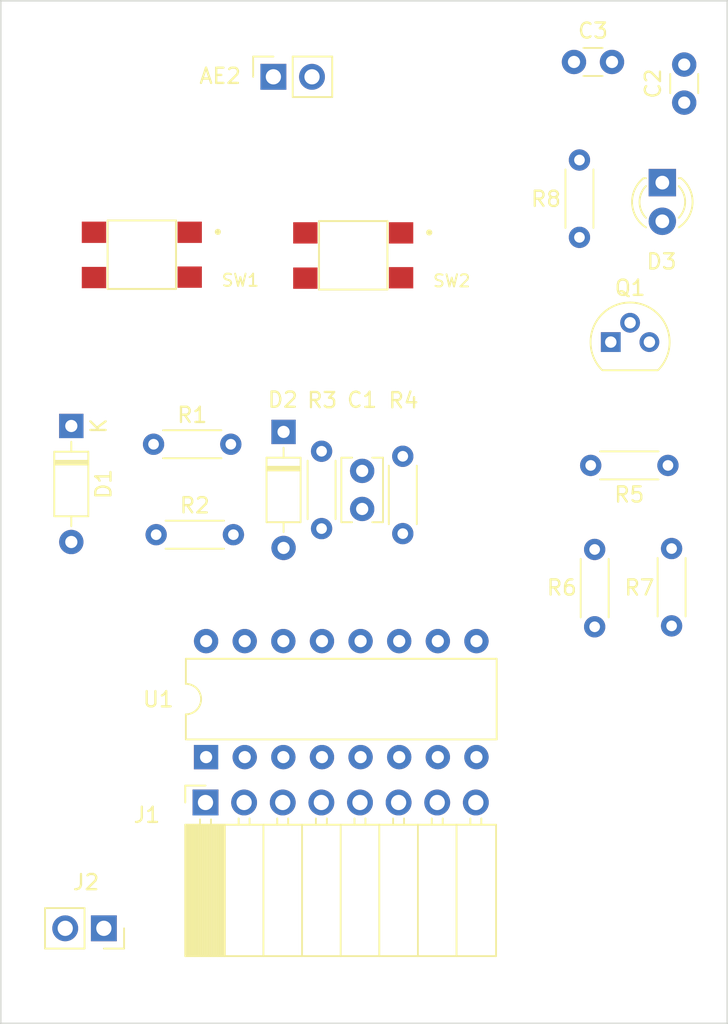
<source format=kicad_pcb>
(kicad_pcb (version 20221018) (generator pcbnew)
  (layers (0 "F.Cu" signal) (31 "B.Cu" signal) (34 "B.Paste" user) (35 "F.Paste" user) (36 "B.SilkS" user "B.Silkscreen") (37 "F.SilkS" user "F.Silkscreen") (38 "B.Mask" user) (39 "F.Mask" user) (44 "Edge.Cuts" user))
  (net 0 "")
  (net 1 "Net-(D1-K)")
  (net 2 "A9")
  (net 3 "GND")
  (net 4 "Net-(U1-Dout)")
  (net 5 "Rtc")
  (net 6 "Net-(C1-Pad1)")
  (net 7 "Rs")
  (net 8 "+12V")
  (net 9 "Net-(Q1-E)")
  (net 10 "Net-(Q1-B)")
  (net 11 "Net-(D3-K)")
  (net 12 "Net-(Q1-C)")
  (net 13 "Net-(J1-Pin_1)")
  (net 14 "Net-(J1-Pin_2)")
  (net 15 "Net-(J1-Pin_3)")
  (net 16 "Net-(J1-Pin_4)")
  (net 17 "Net-(J1-Pin_5)")
  (net 18 "Net-(J1-Pin_6)")
  (net 19 "Net-(J1-Pin_7)")
  (net 20 "Net-(J1-Pin_8)")
  (net 21 "Ctc")
  (net 22 "Net-(AE2-Pad2)")
  (net 23 "GND2")
  (footprint "AA_Footprints:4.5mm switch" (layer "F.Cu") (at 121.95 92.13 180)
    (fp_text reference "SW2" (at -6.48 -1.68) (layer "F.SilkS") (effects (font (size 0.8 0.8) (thickness 0.125))))
    (fp_text value "SW_Push" hide)
    (fp_line (start -2.25 -2.25) (end -2.25 2.25) (stroke (width 0.127)) (layer "F.SilkS"))
    (fp_line (start -2.25 2.25) (end 2.25 2.25) (stroke (width 0.127)) (layer "F.SilkS"))
    (fp_line (start 2.25 -2.25) (end -2.25 -2.25) (stroke (width 0.127)) (layer "F.SilkS"))
    (fp_line (start 2.25 2.25) (end 2.25 -2.25) (stroke (width 0.127)) (layer "F.SilkS"))
    (fp_circle (center -5 1.5) (end -4.9 1.5) (stroke (width 0.2)) (fill none) (layer "F.SilkS"))
    (pad "1" smd rect (at -3.1496 -1.4732 180) (size 1.6 1.4) (layers "F.Cu" "F.Paste" "F.Mask") (net 23 "GND2"))
    (pad "1" smd rect (at 3.1496 -1.5 180) (size 1.6 1.4) (layers "F.Cu" "F.Paste" "F.Mask") (net 23 "GND2"))
    (pad "2" smd rect (at -3.1496 1.4732 180) (size 1.6 1.4) (layers "F.Cu" "F.Paste" "F.Mask") (net 3 "GND"))
    (pad "2" smd rect (at 3.1496 1.4732 180) (size 1.6 1.4) (layers "F.Cu" "F.Paste" "F.Mask") (net 3 "GND"))
  )
  (footprint "Resistor_THT:R_Axial_DIN0204_L3.6mm_D1.6mm_P5.08mm_Horizontal" (layer "F.Cu") (at 137.83 116.53 90)
    (fp_text reference "R6" (at 2.57 -2.16 180) (layer "F.SilkS"))
    (fp_text value "100" hide)
    (fp_line (start 0.62 -0.92) (end 4.46 -0.92) (stroke (width 0.12)) (layer "F.SilkS"))
    (fp_line (start 0.62 0.92) (end 4.46 0.92) (stroke (width 0.12)) (layer "F.SilkS"))
    (pad "1" thru_hole circle (at 0 0 90) (size 1.4 1.4) (drill 0.7) (layers "*.Cu" "*.Mask") (net 3 "GND"))
    (pad "2" thru_hole oval (at 5.08 0 90) (size 1.4 1.4) (drill 0.7) (layers "*.Cu" "*.Mask") (net 9 "Net-(Q1-E)"))
  )
  (footprint "Connector_PinSocket_2.54mm:PinSocket_1x02_P2.54mm_Vertical" (layer "F.Cu") (at 105.55 136.335 -90)
    (fp_text reference "J2" (at -3.025 1.17 -180) (layer "F.SilkS"))
    (fp_text value "12V Battery")
    (fp_line (start -1.33 1.27) (end -1.33 3.87) (stroke (width 0.12)) (layer "F.SilkS"))
    (fp_line (start -1.33 1.27) (end 1.33 1.27) (stroke (width 0.12)) (layer "F.SilkS"))
    (fp_line (start -1.33 3.87) (end 1.33 3.87) (stroke (width 0.12)) (layer "F.SilkS"))
    (fp_line (start 0 -1.33) (end 1.33 -1.33) (stroke (width 0.12)) (layer "F.SilkS"))
    (fp_line (start 1.33 -1.33) (end 1.33 0) (stroke (width 0.12)) (layer "F.SilkS"))
    (fp_line (start 1.33 1.27) (end 1.33 3.87) (stroke (width 0.12)) (layer "F.SilkS"))
    (pad "1" thru_hole rect (at 0 0 270) (size 1.7 1.7) (drill 1) (layers "*.Cu" "*.Mask") (net 23 "GND2"))
    (pad "2" thru_hole oval (at 0 2.54 270) (size 1.7 1.7) (drill 1) (layers "*.Cu" "*.Mask") (net 8 "+12V"))
  )
  (footprint "Resistor_THT:R_Axial_DIN0204_L3.6mm_D1.6mm_P5.08mm_Horizontal" (layer "F.Cu") (at 142.89 116.47 90)
    (fp_text reference "R7" (at 2.51 -2.11 180) (layer "F.SilkS"))
    (fp_text value "47K" hide)
    (fp_line (start 0.62 -0.92) (end 4.46 -0.92) (stroke (width 0.12)) (layer "F.SilkS"))
    (fp_line (start 0.62 0.92) (end 4.46 0.92) (stroke (width 0.12)) (layer "F.SilkS"))
    (pad "1" thru_hole circle (at 0 0 90) (size 1.4 1.4) (drill 0.7) (layers "*.Cu" "*.Mask") (net 4 "Net-(U1-Dout)"))
    (pad "2" thru_hole oval (at 5.08 0 90) (size 1.4 1.4) (drill 0.7) (layers "*.Cu" "*.Mask") (net 10 "Net-(Q1-B)"))
  )
  (footprint "Capacitor_THT:C_Disc_D3.0mm_W1.6mm_P2.50mm" (layer "F.Cu") (at 143.72 82.1 90)
    (fp_text reference "C2" (at 1.25 -2.05 90) (layer "F.SilkS"))
    (fp_text value "3.3pF" hide)
    (fp_line (start 0.621 -0.92) (end 1.879 -0.92) (stroke (width 0.12)) (layer "F.SilkS"))
    (fp_line (start 0.621 0.92) (end 1.879 0.92) (stroke (width 0.12)) (layer "F.SilkS"))
    (pad "1" thru_hole circle (at 0 0 90) (size 1.6 1.6) (drill 0.8) (layers "*.Cu" "*.Mask") (net 10 "Net-(Q1-B)"))
    (pad "2" thru_hole circle (at 2.5 0 90) (size 1.6 1.6) (drill 0.8) (layers "*.Cu" "*.Mask") (net 22 "Net-(AE2-Pad2)"))
  )
  (footprint "Resistor_THT:R_Axial_DIN0204_L3.6mm_D1.6mm_P5.08mm_Horizontal" (layer "F.Cu") (at 136.83 90.95 90)
    (fp_text reference "R8" (at 2.52 -2.2 180) (layer "F.SilkS"))
    (fp_text value "2.2K" hide)
    (fp_line (start 0.62 -0.92) (end 4.46 -0.92) (stroke (width 0.12)) (layer "F.SilkS"))
    (fp_line (start 0.62 0.92) (end 4.46 0.92) (stroke (width 0.12)) (layer "F.SilkS"))
    (pad "1" thru_hole circle (at 0 0 90) (size 1.4 1.4) (drill 0.7) (layers "*.Cu" "*.Mask") (net 3 "GND"))
    (pad "2" thru_hole oval (at 5.08 0 90) (size 1.4 1.4) (drill 0.7) (layers "*.Cu" "*.Mask") (net 11 "Net-(D3-K)"))
  )
  (footprint "Connector_PinSocket_2.54mm:PinSocket_1x02_P2.54mm_Vertical" (layer "F.Cu") (at 116.7 80.405 90)
    (fp_text reference "AE2" (at 0.055 -3.5 180) (layer "F.SilkS"))
    (fp_text value "Antenna_Dipole" hide)
    (fp_line (start -1.33 1.27) (end -1.33 3.87) (stroke (width 0.12)) (layer "F.SilkS"))
    (fp_line (start -1.33 1.27) (end 1.33 1.27) (stroke (width 0.12)) (layer "F.SilkS"))
    (fp_line (start -1.33 3.87) (end 1.33 3.87) (stroke (width 0.12)) (layer "F.SilkS"))
    (fp_line (start 0 -1.33) (end 1.33 -1.33) (stroke (width 0.12)) (layer "F.SilkS"))
    (fp_line (start 1.33 -1.33) (end 1.33 0) (stroke (width 0.12)) (layer "F.SilkS"))
    (fp_line (start 1.33 1.27) (end 1.33 3.87) (stroke (width 0.12)) (layer "F.SilkS"))
    (pad "1" thru_hole rect (at 0 0 90) (size 1.7 1.7) (drill 1) (layers "*.Cu" "*.Mask") (net 8 "+12V"))
    (pad "2" thru_hole oval (at 0 2.54 90) (size 1.7 1.7) (drill 1) (layers "*.Cu" "*.Mask") (net 22 "Net-(AE2-Pad2)"))
  )
  (footprint "Resistor_THT:R_Axial_DIN0204_L3.6mm_D1.6mm_P5.08mm_Horizontal" (layer "F.Cu") (at 119.87 110.08 90)
    (fp_text reference "R3" (at 8.43 0.04 180) (layer "F.SilkS"))
    (fp_text value "330K" hide)
    (fp_line (start 0.62 -0.92) (end 4.46 -0.92) (stroke (width 0.12)) (layer "F.SilkS"))
    (fp_line (start 0.62 0.92) (end 4.46 0.92) (stroke (width 0.12)) (layer "F.SilkS"))
    (pad "1" thru_hole circle (at 0 0 90) (size 1.4 1.4) (drill 0.7) (layers "*.Cu" "*.Mask") (net 5 "Rtc"))
    (pad "2" thru_hole oval (at 5.08 0 90) (size 1.4 1.4) (drill 0.7) (layers "*.Cu" "*.Mask") (net 6 "Net-(C1-Pad1)"))
  )
  (footprint "LED_THT:LED_D3.0mm_FlatTop" (layer "F.Cu") (at 142.28 87.355 -90)
    (fp_text reference "D3" (at 5.185 0.05 -180) (layer "F.SilkS"))
    (fp_text value "LED" hide)
    (fp_line (start -0.29 -1.236) (end -0.29 -1.08) (stroke (width 0.12)) (layer "F.SilkS"))
    (fp_line (start -0.29 1.08) (end -0.29 1.236) (stroke (width 0.12)) (layer "F.SilkS"))
    (fp_arc (start -0.29 -1.235516) (mid 1.366487 -1.987659) (end 2.942335 -1.078608) (stroke (width 0.12)) (layer "F.SilkS"))
    (fp_arc (start 0.229039 -1.08) (mid 1.270117 -1.5) (end 2.31113 -1.079837) (stroke (width 0.12)) (layer "F.SilkS"))
    (fp_arc (start 2.31113 1.079837) (mid 1.270117 1.5) (end 0.229039 1.08) (stroke (width 0.12)) (layer "F.SilkS"))
    (fp_arc (start 2.942335 1.078608) (mid 1.366487 1.987659) (end -0.29 1.235516) (stroke (width 0.12)) (layer "F.SilkS"))
    (pad "1" thru_hole rect (at 0 0 270) (size 1.8 1.8) (drill 0.9) (layers "*.Cu" "*.Mask") (net 11 "Net-(D3-K)"))
    (pad "2" thru_hole circle (at 2.54 0 270) (size 1.8 1.8) (drill 0.9) (layers "*.Cu" "*.Mask") (net 8 "+12V"))
  )
  (footprint "Resistor_THT:R_Axial_DIN0204_L3.6mm_D1.6mm_P5.08mm_Horizontal" (layer "F.Cu") (at 125.21 110.41 90)
    (fp_text reference "R4" (at 8.75 0.05 180) (layer "F.SilkS"))
    (fp_text value "680K" hide)
    (fp_line (start 0.62 -0.92) (end 4.46 -0.92) (stroke (width 0.12)) (layer "F.SilkS"))
    (fp_line (start 0.62 0.92) (end 4.46 0.92) (stroke (width 0.12)) (layer "F.SilkS"))
    (pad "1" thru_hole circle (at 0 0 90) (size 1.4 1.4) (drill 0.7) (layers "*.Cu" "*.Mask") (net 7 "Rs"))
    (pad "2" thru_hole oval (at 5.08 0 90) (size 1.4 1.4) (drill 0.7) (layers "*.Cu" "*.Mask") (net 6 "Net-(C1-Pad1)"))
  )
  (footprint "Resistor_THT:R_Axial_DIN0204_L3.6mm_D1.6mm_P5.08mm_Horizontal" (layer "F.Cu") (at 142.65 105.93 180)
    (fp_text reference "R5" (at 2.54 -1.92) (layer "F.SilkS"))
    (fp_text value "6.8K" hide)
    (fp_line (start 0.62 -0.92) (end 4.46 -0.92) (stroke (width 0.12)) (layer "F.SilkS"))
    (fp_line (start 0.62 0.92) (end 4.46 0.92) (stroke (width 0.12)) (layer "F.SilkS"))
    (pad "1" thru_hole circle (at 0 0 180) (size 1.4 1.4) (drill 0.7) (layers "*.Cu" "*.Mask") (net 8 "+12V"))
    (pad "2" thru_hole oval (at 5.08 0 180) (size 1.4 1.4) (drill 0.7) (layers "*.Cu" "*.Mask") (net 2 "A9"))
  )
  (footprint "Capacitor_THT:C_Disc_D3.0mm_W1.6mm_P2.50mm" (layer "F.Cu") (at 136.47 79.43)
    (fp_text reference "C3" (at 1.25 -2.05) (layer "F.SilkS"))
    (fp_text value "8.2pF" hide)
    (fp_line (start 0.621 -0.92) (end 1.879 -0.92) (stroke (width 0.12)) (layer "F.SilkS"))
    (fp_line (start 0.621 0.92) (end 1.879 0.92) (stroke (width 0.12)) (layer "F.SilkS"))
    (pad "1" thru_hole circle (at 0 0) (size 1.6 1.6) (drill 0.8) (layers "*.Cu" "*.Mask") (net 12 "Net-(Q1-C)"))
    (pad "2" thru_hole circle (at 2.5 0) (size 1.6 1.6) (drill 0.8) (layers "*.Cu" "*.Mask") (net 22 "Net-(AE2-Pad2)"))
  )
  (footprint "Capacitor_THT:C_Rect_L4.0mm_W2.5mm_P2.50mm" (layer "F.Cu") (at 122.54 106.29 -90)
    (fp_text reference "C1" (at -4.66 0.01 -180) (layer "F.SilkS"))
    (fp_text value "1nF" hide)
    (fp_line (start -0.87 -1.37) (end -0.87 -0.665) (stroke (width 0.12)) (layer "F.SilkS"))
    (fp_line (start -0.87 -1.37) (end 3.37 -1.37) (stroke (width 0.12)) (layer "F.SilkS"))
    (fp_line (start -0.87 0.665) (end -0.87 1.37) (stroke (width 0.12)) (layer "F.SilkS"))
    (fp_line (start -0.87 1.37) (end 3.37 1.37) (stroke (width 0.12)) (layer "F.SilkS"))
    (fp_line (start 3.37 -1.37) (end 3.37 -0.665) (stroke (width 0.12)) (layer "F.SilkS"))
    (fp_line (start 3.37 0.665) (end 3.37 1.37) (stroke (width 0.12)) (layer "F.SilkS"))
    (pad "1" thru_hole circle (at 0 0 270) (size 1.6 1.6) (drill 0.8) (layers "*.Cu" "*.Mask") (net 6 "Net-(C1-Pad1)"))
    (pad "2" thru_hole circle (at 2.5 0 270) (size 1.6 1.6) (drill 0.8) (layers "*.Cu" "*.Mask") (net 21 "Ctc"))
  )
  (footprint "Package_DIP:DIP-16_W7.62mm" (layer "F.Cu") (at 112.275 125.09 90)
    (fp_text reference "U1" (at 3.79 -3.145 180) (layer "F.SilkS"))
    (fp_text value "MC145026")
    (fp_line (start 1.16 -1.33) (end 1.16 19.11) (stroke (width 0.12)) (layer "F.SilkS"))
    (fp_line (start 1.16 19.11) (end 6.46 19.11) (stroke (width 0.12)) (layer "F.SilkS"))
    (fp_line (start 2.81 -1.33) (end 1.16 -1.33) (stroke (width 0.12)) (layer "F.SilkS"))
    (fp_line (start 6.46 -1.33) (end 4.81 -1.33) (stroke (width 0.12)) (layer "F.SilkS"))
    (fp_line (start 6.46 19.11) (end 6.46 -1.33) (stroke (width 0.12)) (layer "F.SilkS"))
    (fp_arc (start 4.81 -1.33) (mid 3.81 -0.33) (end 2.81 -1.33) (stroke (width 0.12)) (layer "F.SilkS"))
    (pad "1" thru_hole rect (at 0 0 90) (size 1.6 1.6) (drill 0.8) (layers "*.Cu" "*.Mask") (net 13 "Net-(J1-Pin_1)"))
    (pad "2" thru_hole oval (at 0 2.54 90) (size 1.6 1.6) (drill 0.8) (layers "*.Cu" "*.Mask") (net 14 "Net-(J1-Pin_2)"))
    (pad "3" thru_hole oval (at 0 5.08 90) (size 1.6 1.6) (drill 0.8) (layers "*.Cu" "*.Mask") (net 15 "Net-(J1-Pin_3)"))
    (pad "4" thru_hole oval (at 0 7.62 90) (size 1.6 1.6) (drill 0.8) (layers "*.Cu" "*.Mask") (net 16 "Net-(J1-Pin_4)"))
    (pad "5" thru_hole oval (at 0 10.16 90) (size 1.6 1.6) (drill 0.8) (layers "*.Cu" "*.Mask") (net 17 "Net-(J1-Pin_5)"))
    (pad "6" thru_hole oval (at 0 12.7 90) (size 1.6 1.6) (drill 0.8) (layers "*.Cu" "*.Mask") (net 18 "Net-(J1-Pin_6)"))
    (pad "7" thru_hole oval (at 0 15.24 90) (size 1.6 1.6) (drill 0.8) (layers "*.Cu" "*.Mask") (net 19 "Net-(J1-Pin_7)"))
    (pad "8" thru_hole oval (at 0 17.78 90) (size 1.6 1.6) (drill 0.8) (layers "*.Cu" "*.Mask") (net 3 "GND"))
    (pad "9" thru_hole oval (at 7.62 17.78 90) (size 1.6 1.6) (drill 0.8) (layers "*.Cu" "*.Mask") (net 20 "Net-(J1-Pin_8)"))
    (pad "10" thru_hole oval (at 7.62 15.24 90) (size 1.6 1.6) (drill 0.8) (layers "*.Cu" "*.Mask") (net 2 "A9"))
    (pad "11" thru_hole oval (at 7.62 12.7 90) (size 1.6 1.6) (drill 0.8) (layers "*.Cu" "*.Mask") (net 7 "Rs"))
    (pad "12" thru_hole oval (at 7.62 10.16 90) (size 1.6 1.6) (drill 0.8) (layers "*.Cu" "*.Mask") (net 21 "Ctc"))
    (pad "13" thru_hole oval (at 7.62 7.62 90) (size 1.6 1.6) (drill 0.8) (layers "*.Cu" "*.Mask") (net 5 "Rtc"))
    (pad "14" thru_hole oval (at 7.62 5.08 90) (size 1.6 1.6) (drill 0.8) (layers "*.Cu" "*.Mask") (net 3 "GND"))
    (pad "15" thru_hole oval (at 7.62 2.54 90) (size 1.6 1.6) (drill 0.8) (layers "*.Cu" "*.Mask") (net 4 "Net-(U1-Dout)"))
    (pad "16" thru_hole oval (at 7.62 0 90) (size 1.6 1.6) (drill 0.8) (layers "*.Cu" "*.Mask") (net 8 "+12V"))
  )
  (footprint "AA_Footprints:4.5mm switch" (layer "F.Cu") (at 108.0475 92.09 180)
    (fp_text reference "SW1" (at -6.48 -1.68) (layer "F.SilkS") (effects (font (size 0.8 0.8) (thickness 0.125))))
    (fp_text value "SW_Push" hide)
    (fp_line (start -2.25 -2.25) (end -2.25 2.25) (stroke (width 0.127)) (layer "F.SilkS"))
    (fp_line (start -2.25 2.25) (end 2.25 2.25) (stroke (width 0.127)) (layer "F.SilkS"))
    (fp_line (start 2.25 -2.25) (end -2.25 -2.25) (stroke (width 0.127)) (layer "F.SilkS"))
    (fp_line (start 2.25 2.25) (end 2.25 -2.25) (stroke (width 0.127)) (layer "F.SilkS"))
    (fp_circle (center -5 1.5) (end -4.9 1.5) (stroke (width 0.2)) (fill none) (layer "F.SilkS"))
    (pad "1" smd rect (at -3.1496 -1.4732 180) (size 1.6 1.4) (layers "F.Cu" "F.Paste" "F.Mask") (net 1 "Net-(D1-K)"))
    (pad "1" smd rect (at 3.1496 -1.5 180) (size 1.6 1.4) (layers "F.Cu" "F.Paste" "F.Mask") (net 1 "Net-(D1-K)"))
    (pad "2" smd rect (at -3.1496 1.4732 180) (size 1.6 1.4) (layers "F.Cu" "F.Paste" "F.Mask") (net 23 "GND2"))
    (pad "2" smd rect (at 3.1496 1.4732 180) (size 1.6 1.4) (layers "F.Cu" "F.Paste" "F.Mask") (net 23 "GND2"))
  )
  (footprint "Resistor_THT:R_Axial_DIN0204_L3.6mm_D1.6mm_P5.08mm_Horizontal" (layer "F.Cu") (at 108.99 110.48)
    (fp_text reference "R2" (at 2.54 -1.92) (layer "F.SilkS"))
    (fp_text value "10K" hide)
    (fp_line (start 0.62 -0.92) (end 4.46 -0.92) (stroke (width 0.12)) (layer "F.SilkS"))
    (fp_line (start 0.62 0.92) (end 4.46 0.92) (stroke (width 0.12)) (layer "F.SilkS"))
    (pad "1" thru_hole circle (at 0 0) (size 1.4 1.4) (drill 0.7) (layers "*.Cu" "*.Mask") (net 3 "GND"))
    (pad "2" thru_hole oval (at 5.08 0) (size 1.4 1.4) (drill 0.7) (layers "*.Cu" "*.Mask") (net 4 "Net-(U1-Dout)"))
  )
  (footprint "Diode_THT:D_DO-35_SOD27_P7.62mm_Horizontal" (layer "F.Cu") (at 117.37 103.73 -90)
    (fp_text reference "D2" (at -2.11 0.05 -180) (layer "F.SilkS"))
    (fp_text value "1N4148" hide)
    (fp_line (start 1.04 0) (end 1.69 0) (stroke (width 0.12)) (layer "F.SilkS"))
    (fp_line (start 1.69 -1.12) (end 1.69 1.12) (stroke (width 0.12)) (layer "F.SilkS"))
    (fp_line (start 1.69 1.12) (end 5.93 1.12) (stroke (width 0.12)) (layer "F.SilkS"))
    (fp_line (start 2.29 -1.12) (end 2.29 1.12) (stroke (width 0.12)) (layer "F.SilkS"))
    (fp_line (start 2.41 -1.12) (end 2.41 1.12) (stroke (width 0.12)) (layer "F.SilkS"))
    (fp_line (start 2.53 -1.12) (end 2.53 1.12) (stroke (width 0.12)) (layer "F.SilkS"))
    (fp_line (start 5.93 -1.12) (end 1.69 -1.12) (stroke (width 0.12)) (layer "F.SilkS"))
    (fp_line (start 5.93 1.12) (end 5.93 -1.12) (stroke (width 0.12)) (layer "F.SilkS"))
    (fp_line (start 6.58 0) (end 5.93 0) (stroke (width 0.12)) (layer "F.SilkS"))
    (pad "1" thru_hole rect (at 0 0 270) (size 1.6 1.6) (drill 0.8) (layers "*.Cu" "*.Mask") (net 2 "A9"))
    (pad "2" thru_hole oval (at 7.62 0 270) (size 1.6 1.6) (drill 0.8) (layers "*.Cu" "*.Mask") (net 3 "GND"))
  )
  (footprint "Connector_PinSocket_2.54mm:PinSocket_1x08_P2.54mm_Horizontal" (layer "F.Cu") (at 112.235 128.07 90)
    (fp_text reference "J1" (at -0.82 -3.855 180) (layer "F.SilkS"))
    (fp_text value "Tristate Selector")
    (fp_line (start -10.09 -1.33) (end -10.09 19.11) (stroke (width 0.12)) (layer "F.SilkS"))
    (fp_line (start -10.09 -1.33) (end -1.46 -1.33) (stroke (width 0.12)) (layer "F.SilkS"))
    (fp_line (start -10.09 -1.21) (end -1.46 -1.21) (stroke (width 0.12)) (layer "F.SilkS"))
    (fp_line (start -10.09 -1.091905) (end -1.46 -1.091905) (stroke (width 0.12)) (layer "F.SilkS"))
    (fp_line (start -10.09 -0.97381) (end -1.46 -0.97381) (stroke (width 0.12)) (layer "F.SilkS"))
    (fp_line (start -10.09 -0.855715) (end -1.46 -0.855715) (stroke (width 0.12)) (layer "F.SilkS"))
    (fp_line (start -10.09 -0.73762) (end -1.46 -0.73762) (stroke (width 0.12)) (layer "F.SilkS"))
    (fp_line (start -10.09 -0.619525) (end -1.46 -0.619525) (stroke (width 0.12)) (layer "F.SilkS"))
    (fp_line (start -10.09 -0.50143) (end -1.46 -0.50143) (stroke (width 0.12)) (layer "F.SilkS"))
    (fp_line (start -10.09 -0.383335) (end -1.46 -0.383335) (stroke (width 0.12)) (layer "F.SilkS"))
    (fp_line (start -10.09 -0.26524) (end -1.46 -0.26524) (stroke (width 0.12)) (layer "F.SilkS"))
    (fp_line (start -10.09 -0.147145) (end -1.46 -0.147145) (stroke (width 0.12)) (layer "F.SilkS"))
    (fp_line (start -10.09 -0.02905) (end -1.46 -0.02905) (stroke (width 0.12)) (layer "F.SilkS"))
    (fp_line (start -10.09 0.089045) (end -1.46 0.089045) (stroke (width 0.12)) (layer "F.SilkS"))
    (fp_line (start -10.09 0.20714) (end -1.46 0.20714) (stroke (width 0.12)) (layer "F.SilkS"))
    (fp_line (start -10.09 0.325235) (end -1.46 0.325235) (stroke (width 0.12)) (layer "F.SilkS"))
    (fp_line (start -10.09 0.44333) (end -1.46 0.44333) (stroke (width 0.12)) (layer "F.SilkS"))
    (fp_line (start -10.09 0.561425) (end -1.46 0.561425) (stroke (width 0.12)) (layer "F.SilkS"))
    (fp_line (start -10.09 0.67952) (end -1.46 0.67952) (stroke (width 0.12)) (layer "F.SilkS"))
    (fp_line (start -10.09 0.797615) (end -1.46 0.797615) (stroke (width 0.12)) (layer "F.SilkS"))
    (fp_line (start -10.09 0.91571) (end -1.46 0.91571) (stroke (width 0.12)) (layer "F.SilkS"))
    (fp_line (start -10.09 1.033805) (end -1.46 1.033805) (stroke (width 0.12)) (layer "F.SilkS"))
    (fp_line (start -10.09 1.1519) (end -1.46 1.1519) (stroke (width 0.12)) (layer "F.SilkS"))
    (fp_line (start -10.09 1.27) (end -1.46 1.27) (stroke (width 0.12)) (layer "F.SilkS"))
    (fp_line (start -10.09 3.81) (end -1.46 3.81) (stroke (width 0.12)) (layer "F.SilkS"))
    (fp_line (start -10.09 6.35) (end -1.46 6.35) (stroke (width 0.12)) (layer "F.SilkS"))
    (fp_line (start -10.09 8.89) (end -1.46 8.89) (stroke (width 0.12)) (layer "F.SilkS"))
    (fp_line (start -10.09 11.43) (end -1.46 11.43) (stroke (width 0.12)) (layer "F.SilkS"))
    (fp_line (start -10.09 13.97) (end -1.46 13.97) (stroke (width 0.12)) (layer "F.SilkS"))
    (fp_line (start -10.09 16.51) (end -1.46 16.51) (stroke (width 0.12)) (layer "F.SilkS"))
    (fp_line (start -10.09 19.11) (end -1.46 19.11) (stroke (width 0.12)) (layer "F.SilkS"))
    (fp_line (start -1.46 -1.33) (end -1.46 19.11) (stroke (width 0.12)) (layer "F.SilkS"))
    (fp_line (start -1.46 -0.36) (end -1.11 -0.36) (stroke (width 0.12)) (layer "F.SilkS"))
    (fp_line (start -1.46 0.36) (end -1.11 0.36) (stroke (width 0.12)) (layer "F.SilkS"))
    (fp_line (start -1.46 2.18) (end -1.05 2.18) (stroke (width 0.12)) (layer "F.SilkS"))
    (fp_line (start -1.46 2.9) (end -1.05 2.9) (stroke (width 0.12)) (layer "F.SilkS"))
    (fp_line (start -1.46 4.72) (end -1.05 4.72) (stroke (width 0.12)) (layer "F.SilkS"))
    (fp_line (start -1.46 5.44) (end -1.05 5.44) (stroke (width 0.12)) (layer "F.SilkS"))
    (fp_line (start -1.46 7.26) (end -1.05 7.26) (stroke (width 0.12)) (layer "F.SilkS"))
    (fp_line (start -1.46 7.98) (end -1.05 7.98) (stroke (width 0.12)) (layer "F.SilkS"))
    (fp_line (start -1.46 9.8) (end -1.05 9.8) (stroke (width 0.12)) (layer "F.SilkS"))
    (fp_line (start -1.46 10.52) (end -1.05 10.52) (stroke (width 0.12)) (layer "F.SilkS"))
    (fp_line (start -1.46 12.34) (end -1.05 12.34) (stroke (width 0.12)) (layer "F.SilkS"))
    (fp_line (start -1.46 13.06) (end -1.05 13.06) (stroke (width 0.12)) (layer "F.SilkS"))
    (fp_line (start -1.46 14.88) (end -1.05 14.88) (stroke (width 0.12)) (layer "F.SilkS"))
    (fp_line (start -1.46 15.6) (end -1.05 15.6) (stroke (width 0.12)) (layer "F.SilkS"))
    (fp_line (start -1.46 17.42) (end -1.05 17.42) (stroke (width 0.12)) (layer "F.SilkS"))
    (fp_line (start -1.46 18.14) (end -1.05 18.14) (stroke (width 0.12)) (layer "F.SilkS"))
    (fp_line (start 0 -1.33) (end 1.11 -1.33) (stroke (width 0.12)) (layer "F.SilkS"))
    (fp_line (start 1.11 -1.33) (end 1.11 0) (stroke (width 0.12)) (layer "F.SilkS"))
    (pad "1" thru_hole rect (at 0 0 90) (size 1.7 1.7) (drill 1) (layers "*.Cu" "*.Mask") (net 13 "Net-(J1-Pin_1)"))
    (pad "2" thru_hole oval (at 0 2.54 90) (size 1.7 1.7) (drill 1) (layers "*.Cu" "*.Mask") (net 14 "Net-(J1-Pin_2)"))
    (pad "3" thru_hole oval (at 0 5.08 90) (size 1.7 1.7) (drill 1) (layers "*.Cu" "*.Mask") (net 15 "Net-(J1-Pin_3)"))
    (pad "4" thru_hole oval (at 0 7.62 90) (size 1.7 1.7) (drill 1) (layers "*.Cu" "*.Mask") (net 16 "Net-(J1-Pin_4)"))
    (pad "5" thru_hole oval (at 0 10.16 90) (size 1.7 1.7) (drill 1) (layers "*.Cu" "*.Mask") (net 17 "Net-(J1-Pin_5)"))
    (pad "6" thru_hole oval (at 0 12.7 90) (size 1.7 1.7) (drill 1) (layers "*.Cu" "*.Mask") (net 18 "Net-(J1-Pin_6)"))
    (pad "7" thru_hole oval (at 0 15.24 90) (size 1.7 1.7) (drill 1) (layers "*.Cu" "*.Mask") (net 19 "Net-(J1-Pin_7)"))
    (pad "8" thru_hole oval (at 0 17.78 90) (size 1.7 1.7) (drill 1) (layers "*.Cu" "*.Mask") (net 20 "Net-(J1-Pin_8)"))
  )
  (footprint "Package_TO_SOT_THT:TO-92" (layer "F.Cu") (at 138.89 97.83)
    (fp_text reference "Q1" (at 1.27 -3.56) (layer "F.SilkS"))
    (fp_text value "BF494" hide)
    (fp_line (start -0.53 1.85) (end 3.07 1.85) (stroke (width 0.12)) (layer "F.SilkS"))
    (fp_arc (start -0.568478 1.838478) (mid -1.132087 -0.994977) (end 1.27 -2.6) (stroke (width 0.12)) (layer "F.SilkS"))
    (fp_arc (start 1.27 -2.6) (mid 3.672087 -0.994977) (end 3.108478 1.838478) (stroke (width 0.12)) (layer "F.SilkS"))
    (pad "1" thru_hole rect (at 0 0) (size 1.3 1.3) (drill 0.75) (layers "*.Cu" "*.Mask") (net 12 "Net-(Q1-C)"))
    (pad "2" thru_hole circle (at 1.27 -1.27) (size 1.3 1.3) (drill 0.75) (layers "*.Cu" "*.Mask") (net 10 "Net-(Q1-B)"))
    (pad "3" thru_hole circle (at 2.54 0) (size 1.3 1.3) (drill 0.75) (layers "*.Cu" "*.Mask") (net 9 "Net-(Q1-E)"))
  )
  (footprint "Diode_THT:D_DO-35_SOD27_P7.62mm_Horizontal" (layer "F.Cu") (at 103.41 103.34 -90)
    (fp_text reference "D1" (at 3.81 -2.12 90) (layer "F.SilkS"))
    (fp_text value "1N4148" hide)
    (fp_text user "K" (at 0 -1.8 90) (layer "F.SilkS"))
    (fp_line (start 1.04 0) (end 1.69 0) (stroke (width 0.12)) (layer "F.SilkS"))
    (fp_line (start 1.69 -1.12) (end 1.69 1.12) (stroke (width 0.12)) (layer "F.SilkS"))
    (fp_line (start 1.69 1.12) (end 5.93 1.12) (stroke (width 0.12)) (layer "F.SilkS"))
    (fp_line (start 2.29 -1.12) (end 2.29 1.12) (stroke (width 0.12)) (layer "F.SilkS"))
    (fp_line (start 2.41 -1.12) (end 2.41 1.12) (stroke (width 0.12)) (layer "F.SilkS"))
    (fp_line (start 2.53 -1.12) (end 2.53 1.12) (stroke (width 0.12)) (layer "F.SilkS"))
    (fp_line (start 5.93 -1.12) (end 1.69 -1.12) (stroke (width 0.12)) (layer "F.SilkS"))
    (fp_line (start 5.93 1.12) (end 5.93 -1.12) (stroke (width 0.12)) (layer "F.SilkS"))
    (fp_line (start 6.58 0) (end 5.93 0) (stroke (width 0.12)) (layer "F.SilkS"))
    (pad "1" thru_hole rect (at 0 0 270) (size 1.6 1.6) (drill 0.8) (layers "*.Cu" "*.Mask") (net 1 "Net-(D1-K)"))
    (pad "2" thru_hole oval (at 7.62 0 270) (size 1.6 1.6) (drill 0.8) (layers "*.Cu" "*.Mask") (net 3 "GND"))
  )
  (footprint "Resistor_THT:R_Axial_DIN0204_L3.6mm_D1.6mm_P5.08mm_Horizontal" (layer "F.Cu") (at 108.82 104.54)
    (fp_text reference "R1" (at 2.54 -1.92) (layer "F.SilkS"))
    (fp_text value "8.2K" hide)
    (fp_line (start 0.62 -0.92) (end 4.46 -0.92) (stroke (width 0.12)) (layer "F.SilkS"))
    (fp_line (start 0.62 0.92) (end 4.46 0.92) (stroke (width 0.12)) (layer "F.SilkS"))
    (pad "1" thru_hole circle (at 0 0) (size 1.4 1.4) (drill 0.7) (layers "*.Cu" "*.Mask") (net 1 "Net-(D1-K)"))
    (pad "2" thru_hole oval (at 5.08 0) (size 1.4 1.4) (drill 0.7) (layers "*.Cu" "*.Mask") (net 2 "A9"))
  )
  (gr_rect (start 98.77 75.41) (end 146.55 142.58) (stroke (width 0.1)) (fill none) (layer "Edge.Cuts"))
)
</source>
